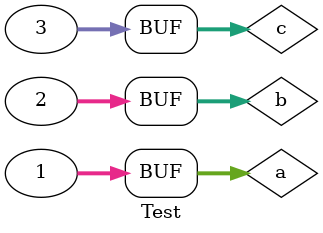
<source format=sv>
module Test;
  int a, b, c;
  initial begin
    a = 1;
    #5 b = 2;
  end

  always_comb begin
    c = a + b;
  end

endmodule

</source>
